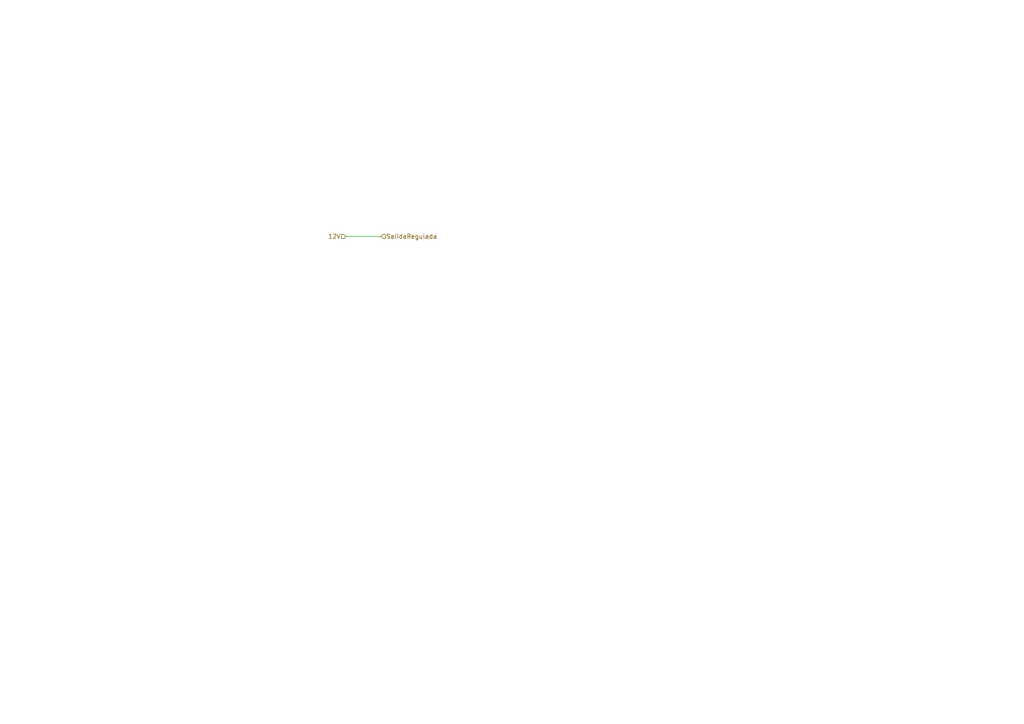
<source format=kicad_sch>
(kicad_sch (version 20230121) (generator eeschema)
  (paper "A4")
  (lib_symbols)
  (wire (pts (xy 100.33 68.58) (xy 110.49 68.58)))
  (hierarchical_label "12V" (shape input) (at 100.33 68.58 180))
  (hierarchical_label "SalidaRegulada" (shape input) (at 110.49 68.58 0))
)
</source>
